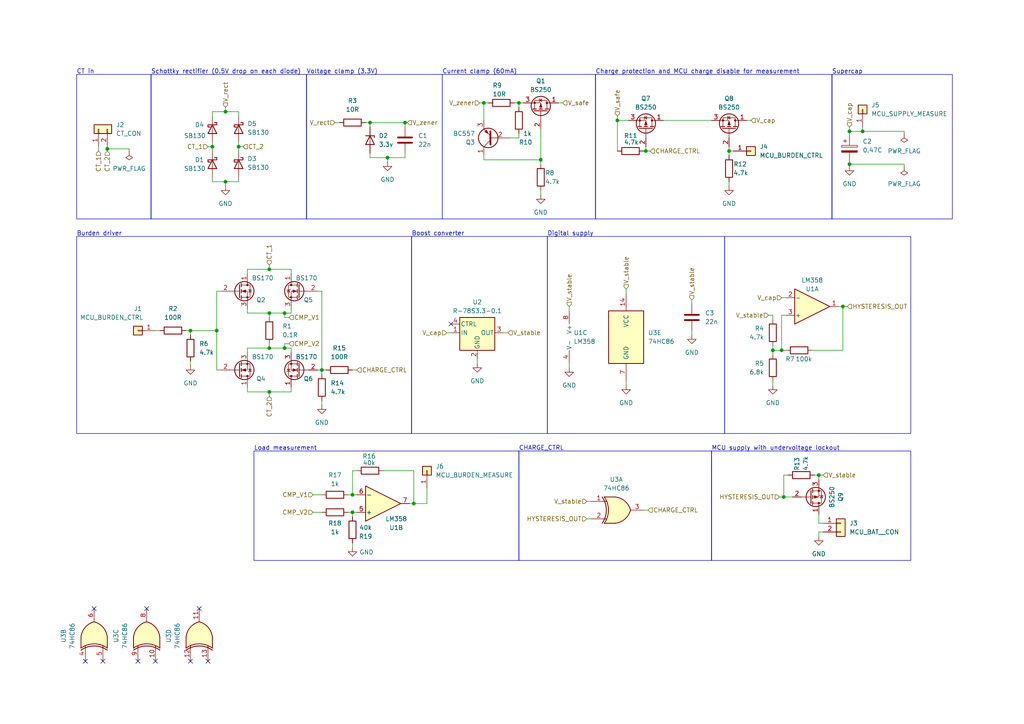
<source format=kicad_sch>
(kicad_sch (version 20230121) (generator eeschema)
  (paper "A4")
  (lib_symbols
    (symbol "74xx:74HC86" (pin_names (offset 1.016))
      (property "Reference" "U" (at 0 1.27 0))
      (property "Value" "74HC86" (at 0 -1.27 0))
      (symbol "74HC86_1_0"
        (arc (start -4.4196 -3.81) (mid -3.2033 0) (end -4.4196 3.81) (stroke (width 0.254)))
        (arc (start -3.81 -3.81) (mid -2.589 0) (end -3.81 3.81) (stroke (width 0.254)))
        (arc (start -0.6096 -3.81) (mid 2.1842 -2.5851) (end 3.81 0) (stroke (width 0.254)) (fill (type background)))
        (polyline (pts (xy -3.81 -3.81) (xy -0.635 -3.81)) (stroke (width 0.254)) (fill (type background)))
        (polyline (pts (xy -3.81 3.81) (xy -0.635 3.81)) (stroke (width 0.254)) (fill (type background)))
        (polyline (pts (xy -0.635 3.81) (xy -3.81 3.81) (xy -3.81 3.81) (xy -3.556 3.4036) (xy -3.0226 2.2606) (xy -2.6924 1.0414) (xy -2.6162 -0.254) (xy -2.7686 -1.4986) (xy -3.175 -2.7178) (xy -3.81 -3.81) (xy -3.81 -3.81) (xy -0.635 -3.81)) (stroke (width -25.4)) (fill (type background)))
        (arc (start 3.81 0) (mid 2.1915 2.5936) (end -0.6096 3.81) (stroke (width 0.254)) (fill (type background)))
        (pin input line (at -7.62 2.54 0) (length 4.445) (name "~") (number "1"))
        (pin input line (at -7.62 -2.54 0) (length 4.445) (name "~") (number "2"))
        (pin output line (at 7.62 0 180) (length 3.81) (name "~") (number "3"))
      )
      (symbol "74HC86_1_1"
        (polyline (pts (xy -3.81 -2.54) (xy -3.175 -2.54)) (stroke (width 0.1524)))
        (polyline (pts (xy -3.81 2.54) (xy -3.175 2.54)) (stroke (width 0.1524)))
      )
      (symbol "74HC86_2_0"
        (arc (start -4.4196 -3.81) (mid -3.2033 0) (end -4.4196 3.81) (stroke (width 0.254)))
        (arc (start -3.81 -3.81) (mid -2.589 0) (end -3.81 3.81) (stroke (width 0.254)))
        (arc (start -0.6096 -3.81) (mid 2.1842 -2.5851) (end 3.81 0) (stroke (width 0.254)) (fill (type background)))
        (polyline (pts (xy -3.81 -3.81) (xy -0.635 -3.81)) (stroke (width 0.254)) (fill (type background)))
        (polyline (pts (xy -3.81 3.81) (xy -0.635 3.81)) (stroke (width 0.254)) (fill (type background)))
        (polyline (pts (xy -0.635 3.81) (xy -3.81 3.81) (xy -3.81 3.81) (xy -3.556 3.4036) (xy -3.0226 2.2606) (xy -2.6924 1.0414) (xy -2.6162 -0.254) (xy -2.7686 -1.4986) (xy -3.175 -2.7178) (xy -3.81 -3.81) (xy -3.81 -3.81) (xy -0.635 -3.81)) (stroke (width -25.4)) (fill (type background)))
        (arc (start 3.81 0) (mid 2.1915 2.5936) (end -0.6096 3.81) (stroke (width 0.254)) (fill (type background)))
        (pin input line (at -7.62 2.54 0) (length 4.445) (name "~") (number "4"))
        (pin input line (at -7.62 -2.54 0) (length 4.445) (name "~") (number "5"))
        (pin output line (at 7.62 0 180) (length 3.81) (name "~") (number "6"))
      )
      (symbol "74HC86_2_1"
        (polyline (pts (xy -3.81 -2.54) (xy -3.175 -2.54)) (stroke (width 0.1524)))
        (polyline (pts (xy -3.81 2.54) (xy -3.175 2.54)) (stroke (width 0.1524)))
      )
      (symbol "74HC86_3_0"
        (arc (start -4.4196 -3.81) (mid -3.2033 0) (end -4.4196 3.81) (stroke (width 0.254)))
        (arc (start -3.81 -3.81) (mid -2.589 0) (end -3.81 3.81) (stroke (width 0.254)))
        (arc (start -0.6096 -3.81) (mid 2.1842 -2.5851) (end 3.81 0) (stroke (width 0.254)) (fill (type background)))
        (polyline (pts (xy -3.81 -3.81) (xy -0.635 -3.81)) (stroke (width 0.254)) (fill (type background)))
        (polyline (pts (xy -3.81 3.81) (xy -0.635 3.81)) (stroke (width 0.254)) (fill (type background)))
        (polyline (pts (xy -0.635 3.81) (xy -3.81 3.81) (xy -3.81 3.81) (xy -3.556 3.4036) (xy -3.0226 2.2606) (xy -2.6924 1.0414) (xy -2.6162 -0.254) (xy -2.7686 -1.4986) (xy -3.175 -2.7178) (xy -3.81 -3.81) (xy -3.81 -3.81) (xy -0.635 -3.81)) (stroke (width -25.4)) (fill (type background)))
        (arc (start 3.81 0) (mid 2.1915 2.5936) (end -0.6096 3.81) (stroke (width 0.254)) (fill (type background)))
        (pin input line (at -7.62 -2.54 0) (length 4.445) (name "~") (number "10"))
        (pin output line (at 7.62 0 180) (length 3.81) (name "~") (number "8"))
        (pin input line (at -7.62 2.54 0) (length 4.445) (name "~") (number "9"))
      )
      (symbol "74HC86_3_1"
        (polyline (pts (xy -3.81 -2.54) (xy -3.175 -2.54)) (stroke (width 0.1524)))
        (polyline (pts (xy -3.81 2.54) (xy -3.175 2.54)) (stroke (width 0.1524)))
      )
      (symbol "74HC86_4_0"
        (arc (start -4.4196 -3.81) (mid -3.2033 0) (end -4.4196 3.81) (stroke (width 0.254)))
        (arc (start -3.81 -3.81) (mid -2.589 0) (end -3.81 3.81) (stroke (width 0.254)))
        (arc (start -0.6096 -3.81) (mid 2.1842 -2.5851) (end 3.81 0) (stroke (width 0.254)) (fill (type background)))
        (polyline (pts (xy -3.81 -3.81) (xy -0.635 -3.81)) (stroke (width 0.254)) (fill (type background)))
        (polyline (pts (xy -3.81 3.81) (xy -0.635 3.81)) (stroke (width 0.254)) (fill (type background)))
        (polyline (pts (xy -0.635 3.81) (xy -3.81 3.81) (xy -3.81 3.81) (xy -3.556 3.4036) (xy -3.0226 2.2606) (xy -2.6924 1.0414) (xy -2.6162 -0.254) (xy -2.7686 -1.4986) (xy -3.175 -2.7178) (xy -3.81 -3.81) (xy -3.81 -3.81) (xy -0.635 -3.81)) (stroke (width -25.4)) (fill (type background)))
        (arc (start 3.81 0) (mid 2.1915 2.5936) (end -0.6096 3.81) (stroke (width 0.254)) (fill (type background)))
        (pin output line (at 7.62 0 180) (length 3.81) (name "~") (number "11"))
        (pin input line (at -7.62 2.54 0) (length 4.445) (name "~") (number "12"))
        (pin input line (at -7.62 -2.54 0) (length 4.445) (name "~") (number "13"))
      )
      (symbol "74HC86_4_1"
        (polyline (pts (xy -3.81 -2.54) (xy -3.175 -2.54)) (stroke (width 0.1524)))
        (polyline (pts (xy -3.81 2.54) (xy -3.175 2.54)) (stroke (width 0.1524)))
      )
      (symbol "74HC86_5_0"
        (pin power_in line (at 0 12.7 270) (length 5.08) (name "VCC") (number "14"))
        (pin power_in line (at 0 -12.7 90) (length 5.08) (name "GND") (number "7"))
      )
      (symbol "74HC86_5_1"
        (rectangle (start -5.08 7.62) (end 5.08 -7.62) (stroke (width 0.254)) (fill (type background)))
      )
    )
    (symbol "Amplifier_Operational:LM358" (pin_names (offset 0.127))
      (property "Reference" "U" (at 0 5.08 0))
      (property "Value" "LM358" (at 0 -5.08 0))
      (symbol "LM358_1_1"
        (polyline (pts (xy -5.08 5.08) (xy 5.08 0) (xy -5.08 -5.08) (xy -5.08 5.08)) (stroke (width 0.254)) (fill (type background)))
        (pin output line (at 7.62 0 180) (length 2.54) (name "~") (number "1"))
        (pin input line (at -7.62 -2.54 0) (length 2.54) (name "-") (number "2"))
        (pin input line (at -7.62 2.54 0) (length 2.54) (name "+") (number "3"))
      )
      (symbol "LM358_2_1"
        (polyline (pts (xy -5.08 5.08) (xy 5.08 0) (xy -5.08 -5.08) (xy -5.08 5.08)) (stroke (width 0.254)) (fill (type background)))
        (pin input line (at -7.62 2.54 0) (length 2.54) (name "+") (number "5"))
        (pin input line (at -7.62 -2.54 0) (length 2.54) (name "-") (number "6"))
        (pin output line (at 7.62 0 180) (length 2.54) (name "~") (number "7"))
      )
      (symbol "LM358_3_1"
        (pin power_in line (at -2.54 -7.62 90) (length 3.81) (name "V-") (number "4"))
        (pin power_in line (at -2.54 7.62 270) (length 3.81) (name "V+") (number "8"))
      )
    )
    (symbol "Connector_Generic:Conn_01x01" (pin_names (offset 1.016) hide)
      (property "Reference" "J" (at 0 2.54 0))
      (property "Value" "Conn_01x01" (at 0 -2.54 0))
      (symbol "Conn_01x01_1_1"
        (rectangle (start -1.27 0.127) (end 0 -0.127) (stroke (width 0.1524)))
        (rectangle (start -1.27 1.27) (end 1.27 -1.27) (stroke (width 0.254)) (fill (type background)))
        (pin passive line (at -5.08 0 0) (length 3.81) (name "Pin_1") (number "1"))
      )
    )
    (symbol "Connector_Generic:Conn_01x02" (pin_names (offset 1.016) hide)
      (property "Reference" "J" (at 0 2.54 0))
      (property "Value" "Conn_01x02" (at 0 -5.08 0))
      (symbol "Conn_01x02_1_1"
        (rectangle (start -1.27 -2.413) (end 0 -2.667) (stroke (width 0.1524)))
        (rectangle (start -1.27 0.127) (end 0 -0.127) (stroke (width 0.1524)))
        (rectangle (start -1.27 1.27) (end 1.27 -3.81) (stroke (width 0.254)) (fill (type background)))
        (pin passive line (at -5.08 0 0) (length 3.81) (name "Pin_1") (number "1"))
        (pin passive line (at -5.08 -2.54 0) (length 3.81) (name "Pin_2") (number "2"))
      )
    )
    (symbol "Device:C" (pin_numbers hide) (pin_names (offset 0.254))
      (property "Reference" "C" (at 0.635 2.54 0))
      (property "Value" "C" (at 0.635 -2.54 0))
      (symbol "C_0_1"
        (polyline (pts (xy -2.032 -0.762) (xy 2.032 -0.762)) (stroke (width 0.508)))
        (polyline (pts (xy -2.032 0.762) (xy 2.032 0.762)) (stroke (width 0.508)))
      )
      (symbol "C_1_1"
        (pin passive line (at 0 3.81 270) (length 2.794) (name "~") (number "1"))
        (pin passive line (at 0 -3.81 90) (length 2.794) (name "~") (number "2"))
      )
    )
    (symbol "Device:C_Polarized" (pin_numbers hide) (pin_names (offset 0.254))
      (property "Reference" "C" (at 0.635 2.54 0))
      (property "Value" "C_Polarized" (at 0.635 -2.54 0))
      (symbol "C_Polarized_0_1"
        (rectangle (start -2.286 0.508) (end 2.286 1.016))
        (polyline (pts (xy -1.778 2.286) (xy -0.762 2.286)))
        (polyline (pts (xy -1.27 2.794) (xy -1.27 1.778)))
        (rectangle (start 2.286 -0.508) (end -2.286 -1.016) (fill (type outline)))
      )
      (symbol "C_Polarized_1_1"
        (pin passive line (at 0 3.81 270) (length 2.794) (name "~") (number "1"))
        (pin passive line (at 0 -3.81 90) (length 2.794) (name "~") (number "2"))
      )
    )
    (symbol "Device:D_Schottky" (pin_numbers hide) (pin_names (offset 1.016) hide)
      (property "Reference" "D" (at 0 2.54 0))
      (property "Value" "D_Schottky" (at 0 -2.54 0))
      (symbol "D_Schottky_0_1"
        (polyline (pts (xy 1.27 0) (xy -1.27 0)))
        (polyline (pts (xy 1.27 1.27) (xy 1.27 -1.27) (xy -1.27 0) (xy 1.27 1.27)) (stroke (width 0.254)))
        (polyline (pts (xy -1.905 0.635) (xy -1.905 1.27) (xy -1.27 1.27) (xy -1.27 -1.27) (xy -0.635 -1.27) (xy -0.635 -0.635)) (stroke (width 0.254)))
      )
      (symbol "D_Schottky_1_1"
        (pin passive line (at -3.81 0 0) (length 2.54) (name "K") (number "1"))
        (pin passive line (at 3.81 0 180) (length 2.54) (name "A") (number "2"))
      )
    )
    (symbol "Device:D_Zener" (pin_numbers hide) (pin_names (offset 1.016) hide)
      (property "Reference" "D" (at 0 2.54 0))
      (property "Value" "D_Zener" (at 0 -2.54 0))
      (symbol "D_Zener_0_1"
        (polyline (pts (xy 1.27 0) (xy -1.27 0)))
        (polyline (pts (xy -1.27 -1.27) (xy -1.27 1.27) (xy -0.762 1.27)) (stroke (width 0.254)))
        (polyline (pts (xy 1.27 -1.27) (xy 1.27 1.27) (xy -1.27 0) (xy 1.27 -1.27)) (stroke (width 0.254)))
      )
      (symbol "D_Zener_1_1"
        (pin passive line (at -3.81 0 0) (length 2.54) (name "K") (number "1"))
        (pin passive line (at 3.81 0 180) (length 2.54) (name "A") (number "2"))
      )
    )
    (symbol "Device:R" (pin_numbers hide) (pin_names (offset 0))
      (property "Reference" "R" (at 2.032 0 90))
      (property "Value" "R" (at 0 0 90))
      (symbol "R_0_1"
        (rectangle (start -1.016 -2.54) (end 1.016 2.54) (stroke (width 0.254)))
      )
      (symbol "R_1_1"
        (pin passive line (at 0 3.81 270) (length 1.27) (name "~") (number "1"))
        (pin passive line (at 0 -3.81 90) (length 1.27) (name "~") (number "2"))
      )
    )
    (symbol "Regulator_Switching:R-78S3.3-0.1" (pin_names (offset 0.254))
      (property "Reference" "U" (at -3.81 5.715 0))
      (property "Value" "R-78S3.3-0.1" (at 0 5.715 0))
      (symbol "R-78S3.3-0.1_0_1"
        (rectangle (start -5.08 4.445) (end 5.08 -5.08) (stroke (width 0.254)) (fill (type background)))
      )
      (symbol "R-78S3.3-0.1_1_1"
        (pin power_in line (at -7.62 0 0) (length 2.54) (name "IN") (number "1"))
        (pin power_in line (at 0 -7.62 90) (length 2.54) (name "GND") (number "2"))
        (pin power_out line (at 7.62 0 180) (length 2.54) (name "OUT") (number "3"))
        (pin input line (at -7.62 2.54 0) (length 2.54) (name "CTRL") (number "4"))
      )
    )
    (symbol "Transistor_BJT:BC557" (pin_names (offset 0) hide)
      (property "Reference" "Q" (at 5.08 1.905 0))
      (property "Value" "BC557" (at 5.08 0 0))
      (symbol "BC557_0_1"
        (polyline (pts (xy 0.635 0.635) (xy 2.54 2.54)))
        (polyline (pts (xy 0.635 -0.635) (xy 2.54 -2.54) (xy 2.54 -2.54)))
        (polyline (pts (xy 0.635 1.905) (xy 0.635 -1.905) (xy 0.635 -1.905)) (stroke (width 0.508)))
        (polyline (pts (xy 2.286 -1.778) (xy 1.778 -2.286) (xy 1.27 -1.27) (xy 2.286 -1.778) (xy 2.286 -1.778)) (fill (type outline)))
        (circle (center 1.27 0) (radius 2.8194) (stroke (width 0.254)))
      )
      (symbol "BC557_1_1"
        (pin passive line (at 2.54 5.08 270) (length 2.54) (name "C") (number "1"))
        (pin input line (at -5.08 0 0) (length 5.715) (name "B") (number "2"))
        (pin passive line (at 2.54 -5.08 90) (length 2.54) (name "E") (number "3"))
      )
    )
    (symbol "Transistor_FET:BS170" (pin_names hide)
      (property "Reference" "Q" (at 5.08 1.905 0))
      (property "Value" "BS170" (at 5.08 0 0))
      (symbol "BS170_0_1"
        (polyline (pts (xy 0.254 0) (xy -2.54 0)))
        (polyline (pts (xy 0.254 1.905) (xy 0.254 -1.905)) (stroke (width 0.254)))
        (polyline (pts (xy 0.762 -1.27) (xy 0.762 -2.286)) (stroke (width 0.254)))
        (polyline (pts (xy 0.762 0.508) (xy 0.762 -0.508)) (stroke (width 0.254)))
        (polyline (pts (xy 0.762 2.286) (xy 0.762 1.27)) (stroke (width 0.254)))
        (polyline (pts (xy 2.54 2.54) (xy 2.54 1.778)))
        (polyline (pts (xy 2.54 -2.54) (xy 2.54 0) (xy 0.762 0)))
        (polyline (pts (xy 0.762 -1.778) (xy 3.302 -1.778) (xy 3.302 1.778) (xy 0.762 1.778)))
        (polyline (pts (xy 1.016 0) (xy 2.032 0.381) (xy 2.032 -0.381) (xy 1.016 0)) (fill (type outline)))
        (polyline (pts (xy 2.794 0.508) (xy 2.921 0.381) (xy 3.683 0.381) (xy 3.81 0.254)))
        (polyline (pts (xy 3.302 0.381) (xy 2.921 -0.254) (xy 3.683 -0.254) (xy 3.302 0.381)))
        (circle (center 1.651 0) (radius 2.794) (stroke (width 0.254)))
        (circle (center 2.54 -1.778) (radius 0.254) (fill (type outline)))
        (circle (center 2.54 1.778) (radius 0.254) (fill (type outline)))
      )
      (symbol "BS170_1_1"
        (pin passive line (at 2.54 5.08 270) (length 2.54) (name "D") (number "1"))
        (pin input line (at -5.08 0 0) (length 2.54) (name "G") (number "2"))
        (pin passive line (at 2.54 -5.08 90) (length 2.54) (name "S") (number "3"))
      )
    )
    (symbol "Transistor_FET:BS250" (pin_names hide)
      (property "Reference" "Q" (at 5.08 1.905 0))
      (property "Value" "BS250" (at 5.08 0 0))
      (symbol "BS250_0_1"
        (polyline (pts (xy 0.254 0) (xy -2.54 0)))
        (polyline (pts (xy 0.254 1.905) (xy 0.254 -1.905)) (stroke (width 0.254)))
        (polyline (pts (xy 0.762 -1.27) (xy 0.762 -2.286)) (stroke (width 0.254)))
        (polyline (pts (xy 0.762 0.508) (xy 0.762 -0.508)) (stroke (width 0.254)))
        (polyline (pts (xy 0.762 2.286) (xy 0.762 1.27)) (stroke (width 0.254)))
        (polyline (pts (xy 2.54 2.54) (xy 2.54 1.778)))
        (polyline (pts (xy 2.54 -2.54) (xy 2.54 0) (xy 0.762 0)))
        (polyline (pts (xy 0.762 1.778) (xy 3.302 1.778) (xy 3.302 -1.778) (xy 0.762 -1.778)))
        (polyline (pts (xy 2.286 0) (xy 1.27 0.381) (xy 1.27 -0.381) (xy 2.286 0)) (fill (type outline)))
        (polyline (pts (xy 2.794 -0.508) (xy 2.921 -0.381) (xy 3.683 -0.381) (xy 3.81 -0.254)))
        (polyline (pts (xy 3.302 -0.381) (xy 2.921 0.254) (xy 3.683 0.254) (xy 3.302 -0.381)))
        (circle (center 1.651 0) (radius 2.794) (stroke (width 0.254)))
        (circle (center 2.54 -1.778) (radius 0.254) (fill (type outline)))
        (circle (center 2.54 1.778) (radius 0.254) (fill (type outline)))
      )
      (symbol "BS250_1_1"
        (pin passive line (at 2.54 5.08 270) (length 2.54) (name "D") (number "1"))
        (pin input line (at -5.08 0 0) (length 2.54) (name "G") (number "2"))
        (pin passive line (at 2.54 -5.08 90) (length 2.54) (name "S") (number "3"))
      )
    )
    (symbol "power:GND" (power) (pin_names (offset 0))
      (property "Value" "GND" (at 0 -3.81 0))
      (symbol "GND_0_1"
        (polyline (pts (xy 0 0) (xy 0 -1.27) (xy 1.27 -1.27) (xy 0 -2.54) (xy -1.27 -1.27) (xy 0 -1.27)))
      )
      (symbol "GND_1_1"
        (pin power_in line (at 0 0 270) (length 0) hide (name "GND") (number "1"))
      )
    )
    (symbol "power:PWR_FLAG" (power) (pin_numbers hide) (pin_names (offset 0) hide)
      (property "Value" "PWR_FLAG" (at 0 3.81 0))
      (symbol "PWR_FLAG_0_0"
        (pin power_out line (at 0 0 90) (length 0) (name "pwr") (number "1"))
      )
      (symbol "PWR_FLAG_0_1"
        (polyline (pts (xy 0 0) (xy 0 1.27) (xy -1.016 1.905) (xy 0 2.54) (xy 1.016 1.905) (xy 0 1.27)))
      )
    )
  )
  (junction (at 156.845 46.355))
  (junction (at 82.55 90.805))
  (junction (at 112.395 45.72))
  (junction (at 55.245 95.885))
  (junction (at 226.695 101.6))
  (junction (at 102.235 148.59))
  (junction (at 250.19 38.1))
  (junction (at 102.235 143.51))
  (junction (at 107.315 35.56))
  (junction (at 120.015 146.05))
  (junction (at 150.495 29.845))
  (junction (at 78.105 90.805))
  (junction (at 69.215 42.545))
  (junction (at 211.455 43.815))
  (junction (at 227.33 144.145))
  (junction (at 78.105 100.965))
  (junction (at 65.405 52.705))
  (junction (at 179.07 34.925))
  (junction (at 117.475 35.56))
  (junction (at 61.595 42.545))
  (junction (at 65.405 32.385))
  (junction (at 187.325 43.815))
  (junction (at 78.105 113.665))
  (junction (at 31.115 43.18))
  (junction (at 246.38 38.1))
  (junction (at 244.475 88.9))
  (junction (at 62.865 95.885))
  (junction (at 237.49 137.795))
  (junction (at 140.335 29.845))
  (junction (at 82.55 100.965))
  (junction (at 224.155 101.6))
  (junction (at 78.105 78.105))
  (junction (at 93.345 107.315))
  (junction (at 246.38 47.625))
  (no_connect (at 40.005 191.77))
  (no_connect (at 55.245 191.77))
  (no_connect (at 60.325 191.77))
  (no_connect (at 130.81 93.98))
  (no_connect (at 45.085 191.77))
  (no_connect (at 42.545 176.53))
  (no_connect (at 24.765 191.77))
  (no_connect (at 57.785 176.53))
  (no_connect (at 27.305 176.53))
  (no_connect (at 29.845 191.77))
  (wire (pts (xy 226.695 101.6) (xy 227.965 101.6)))
  (wire (pts (xy 237.49 154.305) (xy 237.49 155.575)))
  (wire (pts (xy 161.925 29.845) (xy 163.195 29.845)))
  (wire (pts (xy 156.845 46.355) (xy 156.845 47.625)))
  (wire (pts (xy 93.345 107.315) (xy 93.345 108.585)))
  (wire (pts (xy 107.315 35.56) (xy 117.475 35.56)))
  (wire (pts (xy 61.595 42.545) (xy 61.595 43.815)))
  (wire (pts (xy 53.975 95.885) (xy 55.245 95.885)))
  (wire (pts (xy 211.455 43.815) (xy 212.725 43.815)))
  (wire (pts (xy 107.315 35.56) (xy 107.315 36.83)))
  (wire (pts (xy 140.335 45.085) (xy 140.335 46.355)))
  (wire (pts (xy 186.69 147.955) (xy 187.96 147.955)))
  (wire (pts (xy 118.745 146.05) (xy 120.015 146.05)))
  (wire (pts (xy 65.405 52.705) (xy 69.215 52.705)))
  (wire (pts (xy 226.695 101.6) (xy 224.155 101.6)))
  (wire (pts (xy 227.33 137.795) (xy 228.6 137.795)))
  (wire (pts (xy 62.865 84.455) (xy 64.135 84.455)))
  (wire (pts (xy 82.55 90.805) (xy 84.455 90.805)))
  (wire (pts (xy 226.06 144.145) (xy 227.33 144.145)))
  (wire (pts (xy 237.49 149.225) (xy 237.49 151.765)))
  (wire (pts (xy 237.49 137.795) (xy 236.22 137.795)))
  (wire (pts (xy 62.865 95.885) (xy 62.865 84.455)))
  (wire (pts (xy 211.455 42.545) (xy 211.455 43.815)))
  (wire (pts (xy 103.505 136.525) (xy 102.235 136.525)))
  (wire (pts (xy 71.755 78.105) (xy 71.755 79.375)))
  (wire (pts (xy 224.155 101.6) (xy 224.155 102.87)))
  (wire (pts (xy 165.1 105.41) (xy 165.1 106.68)))
  (wire (pts (xy 227.33 144.145) (xy 229.87 144.145)))
  (wire (pts (xy 117.475 36.83) (xy 117.475 35.56)))
  (wire (pts (xy 146.05 96.52) (xy 147.32 96.52)))
  (wire (pts (xy 78.105 92.075) (xy 78.105 90.805)))
  (wire (pts (xy 71.755 89.535) (xy 71.755 90.805)))
  (wire (pts (xy 82.55 100.965) (xy 84.455 100.965)))
  (wire (pts (xy 150.495 29.845) (xy 151.765 29.845)))
  (wire (pts (xy 65.405 32.385) (xy 69.215 32.385)))
  (wire (pts (xy 179.07 33.655) (xy 179.07 34.925)))
  (wire (pts (xy 82.55 92.075) (xy 82.55 90.805)))
  (wire (pts (xy 78.105 100.965) (xy 71.755 100.965)))
  (wire (pts (xy 78.105 100.965) (xy 82.55 100.965)))
  (wire (pts (xy 61.595 51.435) (xy 61.595 52.705)))
  (wire (pts (xy 112.395 45.72) (xy 117.475 45.72)))
  (wire (pts (xy 238.76 154.305) (xy 237.49 154.305)))
  (wire (pts (xy 102.235 157.48) (xy 102.235 158.75)))
  (wire (pts (xy 69.215 51.435) (xy 69.215 52.705)))
  (wire (pts (xy 61.595 33.655) (xy 61.595 32.385)))
  (wire (pts (xy 246.38 46.99) (xy 246.38 47.625)))
  (wire (pts (xy 139.065 29.845) (xy 140.335 29.845)))
  (wire (pts (xy 60.325 42.545) (xy 61.595 42.545)))
  (wire (pts (xy 227.33 144.145) (xy 227.33 137.795)))
  (wire (pts (xy 71.755 113.665) (xy 78.105 113.665)))
  (wire (pts (xy 192.405 34.925) (xy 206.375 34.925)))
  (wire (pts (xy 200.66 86.995) (xy 200.66 88.265)))
  (wire (pts (xy 61.595 41.275) (xy 61.595 42.545)))
  (wire (pts (xy 97.155 35.56) (xy 98.425 35.56)))
  (wire (pts (xy 100.965 143.51) (xy 102.235 143.51)))
  (wire (pts (xy 129.54 96.52) (xy 130.81 96.52)))
  (wire (pts (xy 244.475 88.9) (xy 244.475 101.6)))
  (wire (pts (xy 224.155 92.71) (xy 224.155 91.44)))
  (wire (pts (xy 237.49 137.795) (xy 238.76 137.795)))
  (wire (pts (xy 65.405 31.115) (xy 65.405 32.385)))
  (wire (pts (xy 165.1 88.9) (xy 165.1 90.17)))
  (wire (pts (xy 246.38 36.83) (xy 246.38 38.1)))
  (wire (pts (xy 117.475 44.45) (xy 117.475 45.72)))
  (wire (pts (xy 90.805 148.59) (xy 93.345 148.59)))
  (wire (pts (xy 61.595 32.385) (xy 65.405 32.385)))
  (wire (pts (xy 69.215 32.385) (xy 69.215 33.655)))
  (wire (pts (xy 93.345 84.455) (xy 93.345 107.315)))
  (wire (pts (xy 83.82 99.695) (xy 82.55 99.695)))
  (wire (pts (xy 37.465 43.18) (xy 37.465 43.815)))
  (wire (pts (xy 244.475 88.9) (xy 245.745 88.9)))
  (wire (pts (xy 78.105 78.105) (xy 71.755 78.105)))
  (wire (pts (xy 93.345 116.205) (xy 93.345 117.475)))
  (wire (pts (xy 224.155 101.6) (xy 224.155 100.33)))
  (wire (pts (xy 45.085 95.885) (xy 46.355 95.885)))
  (wire (pts (xy 246.38 38.1) (xy 246.38 39.37)))
  (wire (pts (xy 55.245 95.885) (xy 55.245 97.155)))
  (wire (pts (xy 92.075 107.315) (xy 93.345 107.315)))
  (wire (pts (xy 112.395 45.72) (xy 112.395 46.99)))
  (wire (pts (xy 92.075 84.455) (xy 93.345 84.455)))
  (wire (pts (xy 82.55 99.695) (xy 82.55 100.965)))
  (wire (pts (xy 120.015 136.525) (xy 120.015 146.05)))
  (wire (pts (xy 84.455 100.965) (xy 84.455 102.235)))
  (wire (pts (xy 123.825 146.05) (xy 123.825 141.605)))
  (wire (pts (xy 222.885 91.44) (xy 224.155 91.44)))
  (wire (pts (xy 107.315 44.45) (xy 107.315 45.72)))
  (wire (pts (xy 156.845 37.465) (xy 156.845 46.355)))
  (wire (pts (xy 187.325 42.545) (xy 187.325 43.815)))
  (wire (pts (xy 78.105 99.695) (xy 78.105 100.965)))
  (wire (pts (xy 100.965 148.59) (xy 102.235 148.59)))
  (wire (pts (xy 170.18 145.415) (xy 171.45 145.415)))
  (wire (pts (xy 120.015 136.525) (xy 111.125 136.525)))
  (wire (pts (xy 78.105 113.665) (xy 78.105 114.935)))
  (wire (pts (xy 138.43 104.14) (xy 138.43 105.41)))
  (wire (pts (xy 55.245 95.885) (xy 62.865 95.885)))
  (wire (pts (xy 243.205 88.9) (xy 244.475 88.9)))
  (wire (pts (xy 62.865 95.885) (xy 62.865 107.315)))
  (wire (pts (xy 78.105 90.805) (xy 71.755 90.805)))
  (wire (pts (xy 246.38 38.1) (xy 250.19 38.1)))
  (wire (pts (xy 211.455 43.815) (xy 211.455 45.085)))
  (wire (pts (xy 69.215 42.545) (xy 70.485 42.545)))
  (wire (pts (xy 107.315 45.72) (xy 112.395 45.72)))
  (wire (pts (xy 84.455 78.105) (xy 84.455 79.375)))
  (wire (pts (xy 61.595 52.705) (xy 65.405 52.705)))
  (wire (pts (xy 226.695 91.44) (xy 226.695 101.6)))
  (wire (pts (xy 65.405 52.705) (xy 65.405 53.975)))
  (wire (pts (xy 31.115 43.18) (xy 31.115 43.815)))
  (wire (pts (xy 55.245 104.775) (xy 55.245 106.045)))
  (wire (pts (xy 84.455 89.535) (xy 84.455 90.805)))
  (wire (pts (xy 200.66 95.885) (xy 200.66 97.155)))
  (wire (pts (xy 141.605 29.845) (xy 140.335 29.845)))
  (wire (pts (xy 93.345 143.51) (xy 90.805 143.51)))
  (wire (pts (xy 187.325 43.815) (xy 188.595 43.815)))
  (wire (pts (xy 140.335 46.355) (xy 156.845 46.355)))
  (wire (pts (xy 237.49 139.065) (xy 237.49 137.795)))
  (wire (pts (xy 156.845 55.245) (xy 156.845 56.515)))
  (wire (pts (xy 120.015 146.05) (xy 123.825 146.05)))
  (wire (pts (xy 102.235 136.525) (xy 102.235 143.51)))
  (wire (pts (xy 93.345 107.315) (xy 94.615 107.315)))
  (wire (pts (xy 117.475 35.56) (xy 118.11 35.56)))
  (wire (pts (xy 250.19 38.1) (xy 262.255 38.1)))
  (wire (pts (xy 235.585 101.6) (xy 244.475 101.6)))
  (wire (pts (xy 140.335 29.845) (xy 140.335 34.925)))
  (wire (pts (xy 69.215 41.275) (xy 69.215 42.545)))
  (wire (pts (xy 181.61 110.49) (xy 181.61 111.76)))
  (wire (pts (xy 71.755 100.965) (xy 71.755 102.235)))
  (wire (pts (xy 102.235 148.59) (xy 103.505 148.59)))
  (wire (pts (xy 227.965 91.44) (xy 226.695 91.44)))
  (wire (pts (xy 31.115 42.545) (xy 31.115 43.18)))
  (wire (pts (xy 28.575 42.545) (xy 28.575 43.815)))
  (wire (pts (xy 150.495 40.005) (xy 147.955 40.005)))
  (wire (pts (xy 262.255 38.1) (xy 262.255 38.735)))
  (wire (pts (xy 64.135 107.315) (xy 62.865 107.315)))
  (wire (pts (xy 211.455 52.705) (xy 211.455 53.975)))
  (wire (pts (xy 250.19 36.83) (xy 250.19 38.1)))
  (wire (pts (xy 102.235 107.315) (xy 103.505 107.315)))
  (wire (pts (xy 179.07 43.815) (xy 179.07 34.925)))
  (wire (pts (xy 78.105 76.835) (xy 78.105 78.105)))
  (wire (pts (xy 78.105 90.805) (xy 82.55 90.805)))
  (wire (pts (xy 262.255 47.625) (xy 262.255 48.26)))
  (wire (pts (xy 83.82 92.075) (xy 82.55 92.075)))
  (wire (pts (xy 237.49 151.765) (xy 238.76 151.765)))
  (wire (pts (xy 102.235 143.51) (xy 103.505 143.51)))
  (wire (pts (xy 69.215 42.545) (xy 69.215 43.815)))
  (wire (pts (xy 150.495 29.845) (xy 150.495 31.115)))
  (wire (pts (xy 226.695 86.36) (xy 227.965 86.36)))
  (wire (pts (xy 246.38 47.625) (xy 262.255 47.625)))
  (wire (pts (xy 216.535 34.925) (xy 217.805 34.925)))
  (wire (pts (xy 78.105 78.105) (xy 84.455 78.105)))
  (wire (pts (xy 181.61 83.82) (xy 181.61 85.09)))
  (wire (pts (xy 170.18 150.495) (xy 171.45 150.495)))
  (wire (pts (xy 31.115 43.18) (xy 37.465 43.18)))
  (wire (pts (xy 149.225 29.845) (xy 150.495 29.845)))
  (wire (pts (xy 106.045 35.56) (xy 107.315 35.56)))
  (wire (pts (xy 186.69 43.815) (xy 187.325 43.815)))
  (wire (pts (xy 224.155 110.49) (xy 224.155 111.76)))
  (wire (pts (xy 78.105 113.665) (xy 84.455 113.665)))
  (wire (pts (xy 84.455 112.395) (xy 84.455 113.665)))
  (wire (pts (xy 102.235 148.59) (xy 102.235 149.86)))
  (wire (pts (xy 179.07 34.925) (xy 182.245 34.925)))
  (wire (pts (xy 150.495 38.735) (xy 150.495 40.005)))
  (wire (pts (xy 246.38 47.625) (xy 246.38 48.26)))
  (wire (pts (xy 71.755 112.395) (xy 71.755 113.665)))
  (rectangle (start 43.815 21.59) (end 88.9 63.5))
  (rectangle (start 150.495 130.81) (end 206.375 162.56))
  (rectangle (start 22.225 21.59) (end 43.815 63.5))
  (rectangle (start 241.3 21.59) (end 276.225 63.5))
  (rectangle (start 73.66 130.81) (end 150.495 162.56))
  (rectangle (start 172.72 21.59) (end 241.3 63.5))
  (rectangle (start 158.75 68.58) (end 210.185 125.73))
  (rectangle (start 128.27 21.59) (end 172.72 63.5))
  (rectangle (start 22.225 68.58) (end 119.38 125.73))
  (rectangle (start 119.38 68.58) (end 158.75 125.73))
  (rectangle (start 88.9 21.59) (end 128.27 63.5))
  (rectangle (start 206.375 130.81) (end 264.16 162.56))
  (rectangle (start 210.185 68.58) (end 264.16 125.73))
  (text "Charge protection and MCU charge disable for measurement" (at 172.72 21.59 0) (effects (font (size 1.27 1.27)) (justify left bottom)))
  (text "Boost converter" (at 119.38 68.58 0) (effects (font (size 1.27 1.27)) (justify left bottom)))
  (text "Voltage clamp (3.3V)" (at 88.9 21.59 0) (effects (font (size 1.27 1.27)) (justify left bottom)))
  (text "Supercap" (at 241.3 21.59 0) (effects (font (size 1.27 1.27)) (justify left bottom)))
  (text "Schottky rectifier (0.5V drop on each diode)" (at 43.815 21.59 0) (effects (font (size 1.27 1.27)) (justify left bottom)))
  (text "CT in" (at 22.225 21.59 0) (effects (font (size 1.27 1.27)) (justify left bottom)))
  (text "MCU supply with undervoltage lockout" (at 206.375 130.81 0) (effects (font (size 1.27 1.27)) (justify left bottom)))
  (text "CHARGE_CTRL" (at 150.495 130.81 0) (effects (font (size 1.27 1.27)) (justify left bottom)))
  (text "Burden driver" (at 22.225 68.58 0) (effects (font (size 1.27 1.27)) (justify left bottom)))
  (text "Load measurement" (at 73.66 130.81 0) (effects (font (size 1.27 1.27)) (justify left bottom)))
  (text "Current clamp (60mA)" (at 128.27 21.59 0) (effects (font (size 1.27 1.27)) (justify left bottom)))
  (text "Digital supply" (at 158.75 68.58 0) (effects (font (size 1.27 1.27)) (justify left bottom)))
  (hierarchical_label "V_cap" (shape input) (at 129.54 96.52 180))
  (hierarchical_label "V_stable" (shape input) (at 165.1 88.9 90))
  (hierarchical_label "CHARGE_CTRL" (shape input) (at 187.96 147.955 0))
  (hierarchical_label "V_cap" (shape input) (at 217.805 34.925 0))
  (hierarchical_label "CMP_V2" (shape input) (at 90.805 148.59 180))
  (hierarchical_label "CT_1" (shape input) (at 28.575 43.815 270))
  (hierarchical_label "CT_1" (shape input) (at 78.105 76.835 90))
  (hierarchical_label "CT_2" (shape input) (at 70.485 42.545 0))
  (hierarchical_label "V_cap" (shape input) (at 226.695 86.36 180))
  (hierarchical_label "V_rect" (shape input) (at 97.155 35.56 180))
  (hierarchical_label "CMP_V1" (shape input) (at 83.82 92.075 0))
  (hierarchical_label "V_stable" (shape input) (at 147.32 96.52 0))
  (hierarchical_label "V_safe" (shape input) (at 163.195 29.845 0))
  (hierarchical_label "V_zener" (shape input) (at 139.065 29.845 180))
  (hierarchical_label "V_stable" (shape input) (at 222.885 91.44 180))
  (hierarchical_label "HYSTERESIS_OUT" (shape input) (at 170.18 150.495 180))
  (hierarchical_label "HYSTERESIS_OUT" (shape input) (at 226.06 144.145 180))
  (hierarchical_label "V_stable" (shape input) (at 200.66 86.995 90))
  (hierarchical_label "HYSTERESIS_OUT" (shape input) (at 245.745 88.9 0))
  (hierarchical_label "V_rect" (shape input) (at 65.405 31.115 90))
  (hierarchical_label "CHARGE_CTRL" (shape input) (at 103.505 107.315 0))
  (hierarchical_label "V_stable" (shape input) (at 170.18 145.415 180))
  (hierarchical_label "V_cap" (shape input) (at 246.38 36.83 90))
  (hierarchical_label "CT_1" (shape input) (at 60.325 42.545 180))
  (hierarchical_label "V_stable" (shape input) (at 181.61 83.82 90))
  (hierarchical_label "CMP_V2" (shape input) (at 83.82 99.695 0))
  (hierarchical_label "CMP_V1" (shape input) (at 90.805 143.51 180))
  (hierarchical_label "V_stable" (shape input) (at 238.76 137.795 0))
  (hierarchical_label "CT_2" (shape input) (at 31.115 43.815 270))
  (hierarchical_label "CHARGE_CTRL" (shape input) (at 188.595 43.815 0))
  (hierarchical_label "CT_2" (shape input) (at 78.105 114.935 270))
  (hierarchical_label "V_zener" (shape input) (at 118.11 35.56 0))
  (hierarchical_label "V_safe" (shape input) (at 179.07 33.655 90))
  (symbol (lib_id "Connector_Generic:Conn_01x01") (at 40.005 95.885 180) (unit 1)
    (property "Reference" "J1" (at 40.005 89.535 0))
    (property "Value" "MCU_BURDEN_CTRL" (at 32.385 92.075 0))
  )
  (symbol (lib_id "Connector_Generic:Conn_01x01") (at 123.825 136.525 90) (unit 1)
    (property "Reference" "J6" (at 126.365 135.255 90) (effects (justify right)))
    (property "Value" "MCU_BURDEN_MEASURE" (at 126.365 137.795 90) (effects (justify right)))
  )
  (symbol (lib_id "power:GND") (at 55.245 106.045 0) (unit 1)
    (property "Reference" "#PWR02" (effects hide))
    (property "Value" "GND" (at 55.245 111.125 0))
  )
  (symbol (lib_id "Device:R") (at 102.235 153.67 0) (unit 1)
    (property "Reference" "R19" (at 106.045 155.575 0))
    (property "Value" "40k" (at 106.045 153.035 0))
  )
  (symbol (lib_id "Device:D_Zener") (at 107.315 40.64 270) (unit 1)
    (property "Reference" "D2" (at 109.855 39.37 90) (effects (justify left)))
    (property "Value" "3.3v" (at 109.855 41.91 90) (effects (justify left)))
  )
  (symbol (lib_id "Device:R") (at 211.455 48.895 0) (mirror y) (unit 1)
    (property "Reference" "R12" (at 212.725 47.625 0) (effects (justify right)))
    (property "Value" "4.7k" (at 212.725 50.165 0) (effects (justify right)))
  )
  (symbol (lib_id "74xx:74HC86") (at 181.61 97.79 0) (unit 5)
    (property "Reference" "U3" (at 187.96 96.52 0) (effects (justify left)))
    (property "Value" "74HC86" (at 187.96 99.06 0) (effects (justify left)))
    (property "Datasheet" "http://www.ti.com/lit/gpn/sn74HC86" (effects hide))
  )
  (symbol (lib_id "power:GND") (at 237.49 155.575 0) (unit 1)
    (property "Reference" "#PWR06" (effects hide))
    (property "Value" "GND" (at 237.49 160.655 0))
  )
  (symbol (lib_id "Transistor_FET:BS250") (at 156.845 32.385 270) (mirror x) (unit 1)
    (property "Reference" "Q1" (at 156.845 23.495 90))
    (property "Value" "BS250" (at 156.845 26.035 90))
    (property "Footprint" "Package_TO_SOT_THT:TO-92_Inline" (effects hide))
    (property "Datasheet" "http://www.vishay.com/docs/70209/70209.pdf" (effects hide))
  )
  (symbol (lib_id "Amplifier_Operational:LM358") (at 111.125 146.05 0) (mirror x) (unit 2)
    (property "Reference" "U1" (at 114.935 153.035 0))
    (property "Value" "LM358" (at 114.935 150.495 0))
    (property "Datasheet" "http://www.ti.com/lit/ds/symlink/lm2904-n.pdf" (effects hide))
  )
  (symbol (lib_id "Amplifier_Operational:LM358") (at 235.585 88.9 0) (mirror x) (unit 1)
    (property "Reference" "U1" (at 235.585 83.82 0))
    (property "Value" "LM358" (at 235.585 81.28 0))
    (property "Datasheet" "http://www.ti.com/lit/ds/symlink/lm2904-n.pdf" (effects hide))
  )
  (symbol (lib_id "Device:R") (at 182.88 43.815 90) (mirror x) (unit 1)
    (property "Reference" "R11" (at 180.975 39.37 90) (effects (justify right)))
    (property "Value" "4.7k" (at 180.975 41.275 90) (effects (justify right)))
  )
  (symbol (lib_id "Connector_Generic:Conn_01x01") (at 217.805 43.815 0) (unit 1)
    (property "Reference" "J4" (at 220.345 42.545 0) (effects (justify left)))
    (property "Value" "MCU_BURDEN_CTRL" (at 220.345 45.085 0) (effects (justify left)))
  )
  (symbol (lib_id "power:PWR_FLAG") (at 262.255 38.735 180) (unit 1)
    (property "Reference" "#FLG02" (effects hide))
    (property "Value" "PWR_FLAG" (at 262.255 43.815 0))
  )
  (symbol (lib_id "Transistor_FET:BS170") (at 86.995 107.315 180) (unit 1)
    (property "Reference" "Q6" (at 90.805 109.855 0) (effects (justify left)))
    (property "Value" "BS170" (at 92.075 103.505 0) (effects (justify left)))
    (property "Footprint" "Package_TO_SOT_THT:TO-92_Inline" (effects hide))
    (property "Datasheet" "https://www.onsemi.com/pub/Collateral/BS170-D.PDF" (effects hide))
  )
  (symbol (lib_id "74xx:74HC86") (at 27.305 184.15 90) (unit 2)
    (property "Reference" "U3" (at 18.415 184.4548 0))
    (property "Value" "74HC86" (at 20.955 184.4548 0))
    (property "Datasheet" "http://www.ti.com/lit/gpn/sn74HC86" (effects hide))
  )
  (symbol (lib_id "power:PWR_FLAG") (at 37.465 43.815 180) (unit 1)
    (property "Reference" "#FLG01" (effects hide))
    (property "Value" "PWR_FLAG" (at 37.465 48.895 0))
  )
  (symbol (lib_id "Device:R") (at 145.415 29.845 90) (mirror x) (unit 1)
    (property "Reference" "R9" (at 142.875 24.765 90) (effects (justify right)))
    (property "Value" "10R" (at 142.875 27.305 90) (effects (justify right)))
  )
  (symbol (lib_id "Device:D_Schottky") (at 69.215 47.625 270) (unit 1)
    (property "Reference" "D3" (at 71.755 46.0375 90) (effects (justify left)))
    (property "Value" "SB130" (at 71.755 48.5775 90) (effects (justify left)))
  )
  (symbol (lib_id "power:GND") (at 102.235 158.75 0) (unit 1)
    (property "Reference" "#PWR08" (effects hide))
    (property "Value" "GND" (at 106.299 160.147 0))
  )
  (symbol (lib_id "Device:R") (at 50.165 95.885 90) (unit 1)
    (property "Reference" "R2" (at 50.165 89.535 90))
    (property "Value" "100R" (at 50.165 92.075 90))
  )
  (symbol (lib_id "Device:R") (at 93.345 112.395 180) (unit 1)
    (property "Reference" "R14" (at 95.885 111.125 0) (effects (justify right)))
    (property "Value" "4.7k" (at 95.885 113.665 0) (effects (justify right)))
  )
  (symbol (lib_id "power:GND") (at 200.66 97.155 0) (unit 1)
    (property "Reference" "#PWR012" (effects hide))
    (property "Value" "GND" (at 200.66 102.235 0))
  )
  (symbol (lib_id "Device:R") (at 156.845 51.435 0) (mirror y) (unit 1)
    (property "Reference" "R8" (at 158.115 50.165 0) (effects (justify right)))
    (property "Value" "4.7k" (at 158.115 52.705 0) (effects (justify right)))
  )
  (symbol (lib_id "Device:C_Polarized") (at 246.38 43.18 0) (unit 1)
    (property "Reference" "C2" (at 250.19 41.021 0) (effects (justify left)))
    (property "Value" "0.47C" (at 250.19 43.561 0) (effects (justify left)))
  )
  (symbol (lib_id "Device:C") (at 117.475 40.64 0) (unit 1)
    (property "Reference" "C1" (at 121.285 39.37 0) (effects (justify left)))
    (property "Value" "22n" (at 121.285 41.91 0) (effects (justify left)))
  )
  (symbol (lib_id "power:GND") (at 138.43 105.41 0) (unit 1)
    (property "Reference" "#PWR05" (effects hide))
    (property "Value" "GND" (at 138.43 110.49 0))
  )
  (symbol (lib_id "Device:D_Schottky") (at 69.215 37.465 270) (unit 1)
    (property "Reference" "D5" (at 71.755 35.8775 90) (effects (justify left)))
    (property "Value" "SB130" (at 71.755 38.4175 90) (effects (justify left)))
  )
  (symbol (lib_id "Device:C") (at 200.66 92.075 0) (unit 1)
    (property "Reference" "C3" (at 204.47 90.805 0) (effects (justify left)))
    (property "Value" "22n" (at 204.47 93.345 0) (effects (justify left)))
  )
  (symbol (lib_id "power:GND") (at 224.155 111.76 0) (unit 1)
    (property "Reference" "#PWR011" (effects hide))
    (property "Value" "GND" (at 224.155 116.84 0))
  )
  (symbol (lib_id "Device:R") (at 102.235 35.56 90) (unit 1)
    (property "Reference" "R3" (at 102.235 29.21 90))
    (property "Value" "10R" (at 102.235 31.75 90))
  )
  (symbol (lib_id "power:GND") (at 211.455 53.975 0) (unit 1)
    (property "Reference" "#PWR010" (effects hide))
    (property "Value" "GND" (at 211.455 59.055 0))
  )
  (symbol (lib_id "Device:R") (at 224.155 96.52 0) (mirror x) (unit 1)
    (property "Reference" "R4" (at 221.615 95.25 0) (effects (justify right)))
    (property "Value" "4.7k" (at 221.615 97.79 0) (effects (justify right)))
  )
  (symbol (lib_id "Device:R") (at 98.425 107.315 90) (unit 1)
    (property "Reference" "R15" (at 98.425 100.965 90))
    (property "Value" "100R" (at 98.425 103.505 90))
  )
  (symbol (lib_id "Device:R") (at 97.155 148.59 270) (unit 1)
    (property "Reference" "R18" (at 97.155 151.765 90))
    (property "Value" "1k" (at 97.155 154.305 90))
  )
  (symbol (lib_id "power:GND") (at 65.405 53.975 0) (unit 1)
    (property "Reference" "#PWR01" (effects hide))
    (property "Value" "GND" (at 65.405 59.055 0))
  )
  (symbol (lib_id "power:GND") (at 93.345 117.475 0) (unit 1)
    (property "Reference" "#PWR014" (effects hide))
    (property "Value" "GND" (at 93.345 122.555 0))
  )
  (symbol (lib_id "Transistor_FET:BS170") (at 86.995 84.455 0) (mirror y) (unit 1)
    (property "Reference" "Q5" (at 90.805 86.995 0) (effects (justify left)))
    (property "Value" "BS170" (at 92.075 80.645 0) (effects (justify left)))
    (property "Footprint" "Package_TO_SOT_THT:TO-92_Inline" (effects hide))
    (property "Datasheet" "https://www.onsemi.com/pub/Collateral/BS170-D.PDF" (effects hide))
  )
  (symbol (lib_id "Regulator_Switching:R-78S3.3-0.1") (at 138.43 96.52 0) (unit 1)
    (property "Reference" "U2" (at 138.43 87.63 0))
    (property "Value" "R-78S3.3-0.1" (at 138.43 90.17 0))
    (property "Footprint" "Converter_DCDC:Converter_DCDC_RECOM_R-78S-0.1_THT" (effects hide))
    (property "Datasheet" "https://www.recom-power.com/pdf/Innoline/R-78Sxx-0.1.pdf" (effects hide))
  )
  (symbol (lib_id "power:GND") (at 181.61 111.76 0) (unit 1)
    (property "Reference" "#PWR013" (effects hide))
    (property "Value" "GND" (at 181.61 116.84 0))
  )
  (symbol (lib_id "Device:R") (at 107.315 136.525 270) (unit 1)
    (property "Reference" "R16" (at 107.061 132.334 90))
    (property "Value" "40k" (at 107.061 134.239 90))
  )
  (symbol (lib_id "Connector_Generic:Conn_01x02") (at 28.575 37.465 90) (unit 1)
    (property "Reference" "J2" (at 33.655 36.195 90) (effects (justify right)))
    (property "Value" "CT_CON" (at 33.655 38.735 90) (effects (justify right)))
  )
  (symbol (lib_id "Transistor_FET:BS250") (at 234.95 144.145 0) (mirror x) (unit 1)
    (property "Reference" "Q9" (at 243.84 144.145 90))
    (property "Value" "BS250" (at 241.3 144.145 90))
    (property "Footprint" "Package_TO_SOT_THT:TO-92_Inline" (effects hide))
    (property "Datasheet" "http://www.vishay.com/docs/70209/70209.pdf" (effects hide))
  )
  (symbol (lib_id "power:GND") (at 156.845 56.515 0) (unit 1)
    (property "Reference" "#PWR09" (effects hide))
    (property "Value" "GND" (at 156.845 61.595 0))
  )
  (symbol (lib_id "Device:R") (at 78.105 95.885 0) (unit 1)
    (property "Reference" "R1" (at 81.915 94.615 0) (effects (justify left)))
    (property "Value" "0.1R" (at 81.915 97.155 0) (effects (justify left)))
  )
  (symbol (lib_id "power:GND") (at 112.395 46.99 0) (unit 1)
    (property "Reference" "#PWR03" (effects hide))
    (property "Value" "GND" (at 112.395 52.07 0))
  )
  (symbol (lib_id "Connector_Generic:Conn_01x01") (at 250.19 31.75 90) (unit 1)
    (property "Reference" "J5" (at 252.73 30.48 90) (effects (justify right)))
    (property "Value" "MCU_SUPPLY_MEASURE" (at 252.73 33.02 90) (effects (justify right)))
  )
  (symbol (lib_id "power:PWR_FLAG") (at 262.255 48.26 180) (unit 1)
    (property "Reference" "#FLG03" (effects hide))
    (property "Value" "PWR_FLAG" (at 262.255 53.34 0))
  )
  (symbol (lib_id "power:GND") (at 165.1 106.68 0) (unit 1)
    (property "Reference" "#PWR04" (effects hide))
    (property "Value" "GND" (at 165.1 111.76 0))
  )
  (symbol (lib_id "Transistor_BJT:BC557") (at 142.875 40.005 180) (unit 1)
    (property "Reference" "Q3" (at 137.795 41.275 0) (effects (justify left)))
    (property "Value" "BC557" (at 137.795 38.735 0) (effects (justify left)))
    (property "Footprint" "Package_TO_SOT_THT:TO-92_Inline" (effects hide))
    (property "Datasheet" "https://www.onsemi.com/pub/Collateral/BC556BTA-D.pdf" (effects hide))
  )
  (symbol (lib_id "74xx:74HC86") (at 57.785 184.15 90) (unit 4)
    (property "Reference" "U3" (at 48.895 184.4548 0))
    (property "Value" "74HC86" (at 51.435 184.4548 0))
    (property "Datasheet" "http://www.ti.com/lit/gpn/sn74HC86" (effects hide))
  )
  (symbol (lib_id "Device:R") (at 231.775 101.6 270) (mirror x) (unit 1)
    (property "Reference" "R7" (at 230.505 104.14 90) (effects (justify right)))
    (property "Value" "100k" (at 235.585 104.14 90) (effects (justify right)))
  )
  (symbol (lib_id "Device:D_Schottky") (at 61.595 47.625 270) (unit 1)
    (property "Reference" "D1" (at 56.515 46.355 90) (effects (justify left)))
    (property "Value" "SB130" (at 53.34 48.895 90) (effects (justify left)))
  )
  (symbol (lib_id "74xx:74HC86") (at 179.07 147.955 0) (unit 1)
    (property "Reference" "U3" (at 178.7652 139.065 0))
    (property "Value" "74HC86" (at 178.7652 141.605 0))
    (property "Datasheet" "http://www.ti.com/lit/gpn/sn74HC86" (effects hide))
  )
  (symbol (lib_id "Transistor_FET:BS170") (at 69.215 84.455 0) (unit 1)
    (property "Reference" "Q2" (at 74.295 86.995 0) (effects (justify left)))
    (property "Value" "BS170" (at 73.025 80.645 0) (effects (justify left)))
    (property "Footprint" "Package_TO_SOT_THT:TO-92_Inline" (effects hide))
    (property "Datasheet" "https://www.onsemi.com/pub/Collateral/BS170-D.PDF" (effects hide))
  )
  (symbol (lib_id "Device:R") (at 150.495 34.925 0) (mirror y) (unit 1)
    (property "Reference" "R10" (at 150.495 41.275 0) (effects (justify right)))
    (property "Value" "1k" (at 151.765 38.735 0) (effects (justify right)))
  )
  (symbol (lib_id "Transistor_FET:BS250") (at 211.455 37.465 270) (mirror x) (unit 1)
    (property "Reference" "Q8" (at 211.455 28.575 90))
    (property "Value" "BS250" (at 211.455 31.115 90))
    (property "Footprint" "Package_TO_SOT_THT:TO-92_Inline" (effects hide))
    (property "Datasheet" "http://www.vishay.com/docs/70209/70209.pdf" (effects hide))
  )
  (symbol (lib_id "Device:R") (at 97.155 143.51 270) (unit 1)
    (property "Reference" "R17" (at 97.155 137.795 90))
    (property "Value" "1k" (at 97.155 140.335 90))
  )
  (symbol (lib_id "Device:R") (at 232.41 137.795 90) (mirror x) (unit 1)
    (property "Reference" "R13" (at 231.14 136.525 0) (effects (justify right)))
    (property "Value" "4.7k" (at 233.68 136.525 0) (effects (justify right)))
  )
  (symbol (lib_id "Device:R") (at 224.155 106.68 0) (mirror x) (unit 1)
    (property "Reference" "R5" (at 221.615 105.41 0) (effects (justify right)))
    (property "Value" "6.8k" (at 221.615 107.95 0) (effects (justify right)))
  )
  (symbol (lib_id "Transistor_FET:BS250") (at 187.325 37.465 270) (mirror x) (unit 1)
    (property "Reference" "Q7" (at 187.325 28.575 90))
    (property "Value" "BS250" (at 187.325 31.115 90))
    (property "Footprint" "Package_TO_SOT_THT:TO-92_Inline" (effects hide))
    (property "Datasheet" "http://www.vishay.com/docs/70209/70209.pdf" (effects hide))
  )
  (symbol (lib_id "Transistor_FET:BS170") (at 69.215 107.315 0) (mirror x) (unit 1)
    (property "Reference" "Q4" (at 74.295 109.855 0) (effects (justify left)))
    (property "Value" "BS170" (at 73.025 103.505 0) (effects (justify left)))
    (property "Footprint" "Package_TO_SOT_THT:TO-92_Inline" (effects hide))
    (property "Datasheet" "https://www.onsemi.com/pub/Collateral/BS170-D.PDF" (effects hide))
  )
  (symbol (lib_id "Amplifier_Operational:LM358") (at 167.64 97.79 0) (unit 3)
    (property "Reference" "U1" (at 166.37 96.52 0) (effects (justify left)))
    (property "Value" "LM358" (at 166.37 99.06 0) (effects (justify left)))
    (property "Datasheet" "http://www.ti.com/lit/ds/symlink/lm2904-n.pdf" (effects hide))
  )
  (symbol (lib_id "power:GND") (at 246.38 48.26 0) (unit 1)
    (property "Reference" "#PWR07" (effects hide))
    (property "Value" "GND" (at 246.38 53.34 0))
  )
  (symbol (lib_id "74xx:74HC86") (at 42.545 184.15 90) (unit 3)
    (property "Reference" "U3" (at 33.655 184.4548 0))
    (property "Value" "74HC86" (at 36.195 184.4548 0))
    (property "Datasheet" "http://www.ti.com/lit/gpn/sn74HC86" (effects hide))
  )
  (symbol (lib_id "Connector_Generic:Conn_01x02") (at 243.84 151.765 0) (unit 1)
    (property "Reference" "J3" (at 246.38 151.765 0) (effects (justify left)))
    (property "Value" "MCU_BAT__CON" (at 246.38 154.305 0) (effects (justify left)))
  )
  (symbol (lib_id "Device:D_Schottky") (at 61.595 37.465 270) (unit 1)
    (property "Reference" "D4" (at 56.515 36.195 90) (effects (justify left)))
    (property "Value" "SB130" (at 53.34 39.37 90) (effects (justify left)))
  )
  (symbol (lib_id "Device:R") (at 55.245 100.965 180) (unit 1)
    (property "Reference" "R6" (at 57.785 99.695 0) (effects (justify right)))
    (property "Value" "4.7k" (at 57.785 102.235 0) (effects (justify right)))
  )
)
</source>
